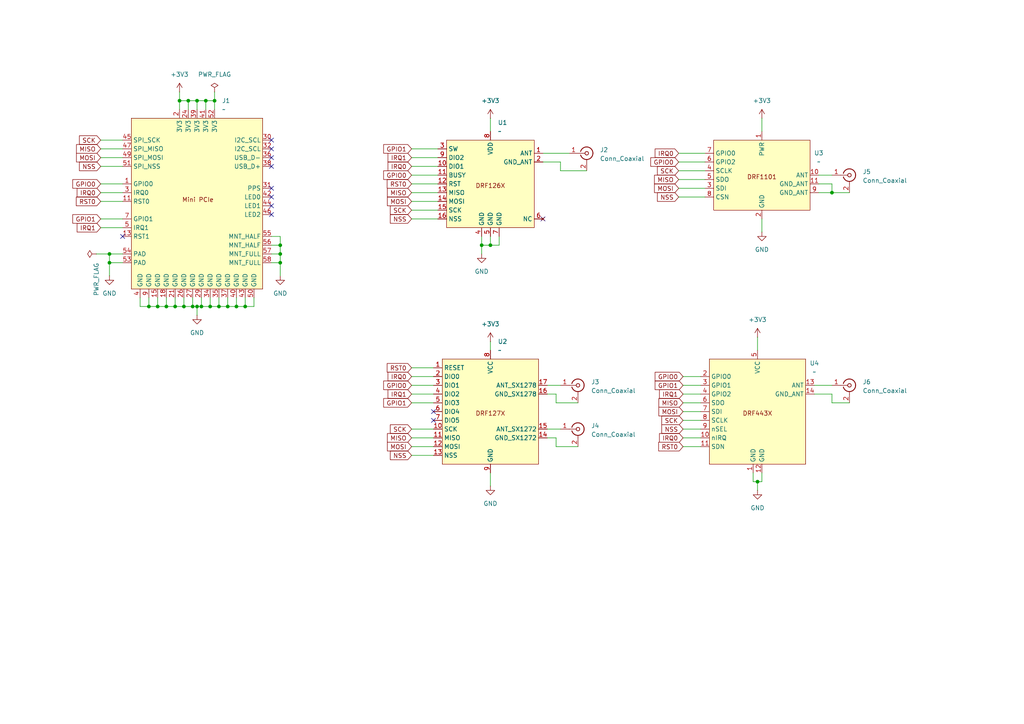
<source format=kicad_sch>
(kicad_sch (version 20250114) (generator "eeschema") (generator_version "9.0")
  (paper "A4")
  (lib_symbols
    (symbol "Connector:Conn_Coaxial" (pin_names (offset 1.016) (hide yes))
      (property "Reference" "J" (at 0.254 3.048 0))
      (property "Value" "Conn_Coaxial" (at 2.921 0 90))
      (symbol "Conn_Coaxial_0_1"
        (polyline (pts (xy -2.54 0) (xy -0.508 0)))
        (arc (start 1.778 0) (mid 0.222 -1.8079) (end -1.778 -0.508) (stroke (width 0.254)))
        (arc (start -1.778 0.508) (mid 0.2221 1.8084) (end 1.778 0) (stroke (width 0.254)))
        (circle (center 0 0) (radius 0.508) (stroke (width 0.2032)))
        (polyline (pts (xy 0 -2.54) (xy 0 -1.778)))
      )
      (symbol "Conn_Coaxial_1_1"
        (pin passive line (at -5.08 0 0) (length 2.54) (name "In") (number "1"))
        (pin passive line (at 0 -5.08 90) (length 2.54) (name "Ext") (number "2"))
      )
    )
    (symbol "RadioHAT:DRF1101"
      (property "Reference" "U" (at 0 2.032 0))
      (symbol "DRF1101_1_1"
        (rectangle (start -13.97 10.16) (end 13.97 -10.16) (fill (type background)))
        (text "DRF1101" (at 0 -0.508 0) (effects (font (size 1.27 1.27))))
        (pin bidirectional line (at -16.51 6.35 0) (length 2.54) (name "GPIO0") (number "7"))
        (pin bidirectional line (at -16.51 3.81 0) (length 2.54) (name "GPIO2") (number "6"))
        (pin input line (at -16.51 1.27 0) (length 2.54) (name "SCLK") (number "4"))
        (pin tri_state line (at -16.51 -1.27 0) (length 2.54) (name "SDO") (number "5"))
        (pin input line (at -16.51 -3.81 0) (length 2.54) (name "SDI") (number "3"))
        (pin input line (at -16.51 -6.35 0) (length 2.54) (name "CSN") (number "8"))
        (pin power_in line (at 0 12.7 270) (length 2.54) (name "PWR") (number "1"))
        (pin power_in line (at 0 -12.7 90) (length 2.54) (name "GND") (number "2"))
        (pin bidirectional line (at 16.51 0 180) (length 2.54) (name "ANT") (number "10"))
        (pin bidirectional line (at 16.51 -2.54 180) (length 2.54) (name "GND_ANT") (number "11"))
        (pin bidirectional line (at 16.51 -5.08 180) (length 2.54) (name "GND_ANT") (number "9"))
      )
    )
    (symbol "RadioHAT:DRF126X"
      (property "Reference" "U" (at 0 2.032 0))
      (symbol "DRF126X_1_1"
        (rectangle (start -12.7 12.7) (end 12.7 -12.7) (fill (type background)))
        (text "DRF126X" (at 0 -0.508 0) (effects (font (size 1.27 1.27))))
        (pin input line (at -15.24 10.16 0) (length 2.54) (name "SW") (number "3"))
        (pin bidirectional line (at -15.24 7.62 0) (length 2.54) (name "DIO2") (number "9"))
        (pin bidirectional line (at -15.24 5.08 0) (length 2.54) (name "DIO1") (number "10"))
        (pin output line (at -15.24 2.54 0) (length 2.54) (name "BUSY") (number "11"))
        (pin input line (at -15.24 0 0) (length 2.54) (name "RST") (number "12"))
        (pin tri_state line (at -15.24 -2.54 0) (length 2.54) (name "MISO") (number "13"))
        (pin input line (at -15.24 -5.08 0) (length 2.54) (name "MOSI") (number "14"))
        (pin input line (at -15.24 -7.62 0) (length 2.54) (name "SCK") (number "15"))
        (pin input line (at -15.24 -10.16 0) (length 2.54) (name "NSS") (number "16"))
        (pin power_in line (at -2.54 -15.24 90) (length 2.54) (name "GND") (number "4"))
        (pin power_in line (at 0 15.24 270) (length 2.54) (name "VDD") (number "8"))
        (pin power_in line (at 0 -15.24 90) (length 2.54) (name "GND") (number "5"))
        (pin power_in line (at 2.54 -15.24 90) (length 2.54) (name "GND") (number "7"))
        (pin bidirectional line (at 15.24 8.89 180) (length 2.54) (name "ANT") (number "1"))
        (pin bidirectional line (at 15.24 6.35 180) (length 2.54) (name "GND_ANT") (number "2"))
        (pin no_connect line (at 15.24 -10.16 180) (length 2.54) (name "NC") (number "6"))
      )
    )
    (symbol "RadioHAT:DRF127X"
      (symbol "DRF127X_1_1"
        (rectangle (start -13.97 15.24) (end 13.97 -15.24) (fill (type background)))
        (text "DRF127X" (at 0 -0.508 0) (effects (font (size 1.27 1.27))))
        (pin input line (at -16.51 12.7 0) (length 2.54) (name "RESET") (number "1"))
        (pin bidirectional line (at -16.51 10.16 0) (length 2.54) (name "DIO0") (number "2"))
        (pin bidirectional line (at -16.51 7.62 0) (length 2.54) (name "DIO1") (number "3"))
        (pin bidirectional line (at -16.51 5.08 0) (length 2.54) (name "DIO2") (number "4"))
        (pin bidirectional line (at -16.51 2.54 0) (length 2.54) (name "DIO3") (number "5"))
        (pin bidirectional line (at -16.51 0 0) (length 2.54) (name "DIO4") (number "6"))
        (pin bidirectional line (at -16.51 -2.54 0) (length 2.54) (name "DIO5") (number "7"))
        (pin input line (at -16.51 -5.08 0) (length 2.54) (name "SCK") (number "10"))
        (pin tri_state line (at -16.51 -7.62 0) (length 2.54) (name "MISO") (number "11"))
        (pin input line (at -16.51 -10.16 0) (length 2.54) (name "MOSI") (number "12"))
        (pin input line (at -16.51 -12.7 0) (length 2.54) (name "NSS") (number "13"))
        (pin power_in line (at 0 17.78 270) (length 2.54) (name "VCC") (number "8"))
        (pin power_in line (at 0 -17.78 90) (length 2.54) (name "GND") (number "9"))
        (pin bidirectional line (at 16.51 7.62 180) (length 2.54) (name "ANT_SX1278") (number "17"))
        (pin bidirectional line (at 16.51 5.08 180) (length 2.54) (name "GND_SX1278") (number "16"))
        (pin bidirectional line (at 16.51 -5.08 180) (length 2.54) (name "ANT_SX1272") (number "15"))
        (pin bidirectional line (at 16.51 -7.62 180) (length 2.54) (name "GND_SX1272") (number "14"))
      )
    )
    (symbol "RadioHAT:DRF443X"
      (property "Reference" "U" (at 0 2.032 0))
      (symbol "DRF443X_1_1"
        (rectangle (start -13.97 15.24) (end 13.97 -15.24) (fill (type background)))
        (text "DRF443X" (at 0 -0.508 0) (effects (font (size 1.27 1.27))))
        (pin bidirectional line (at -16.51 10.16 0) (length 2.54) (name "GPIO0") (number "2"))
        (pin bidirectional line (at -16.51 7.62 0) (length 2.54) (name "GPIO1") (number "3"))
        (pin bidirectional line (at -16.51 5.08 0) (length 2.54) (name "GPIO2") (number "4"))
        (pin tri_state line (at -16.51 2.54 0) (length 2.54) (name "SDO") (number "6"))
        (pin input line (at -16.51 0 0) (length 2.54) (name "SDI") (number "7"))
        (pin input line (at -16.51 -2.54 0) (length 2.54) (name "SCLK") (number "8"))
        (pin input line (at -16.51 -5.08 0) (length 2.54) (name "nSEL") (number "9"))
        (pin bidirectional line (at -16.51 -7.62 0) (length 2.54) (name "nIRQ") (number "10"))
        (pin input line (at -16.51 -10.16 0) (length 2.54) (name "SDN") (number "11"))
        (pin power_in line (at -1.27 -17.78 90) (length 2.54) (name "GND") (number "1"))
        (pin power_in line (at 0 17.78 270) (length 2.54) (name "VCC") (number "5"))
        (pin power_in line (at 1.27 -17.78 90) (length 2.54) (name "GND") (number "12"))
        (pin bidirectional line (at 16.51 7.62 180) (length 2.54) (name "ANT") (number "13"))
        (pin bidirectional line (at 16.51 5.08 180) (length 2.54) (name "GND_ANT") (number "14"))
      )
    )
    (symbol "RadioHAT:Mini_PCIe"
      (property "Reference" "J" (at -19.304 28.448 0))
      (symbol "Mini_PCIe_1_1"
        (rectangle (start -19.05 24.13) (end 19.05 -25.4) (fill (type background)))
        (text "Mini PCIe" (at 0.254 0.508 0) (effects (font (size 1.27 1.27))))
        (pin bidirectional line (at -21.59 17.78 0) (length 2.54) (name "SPI_SCK") (number "45"))
        (pin bidirectional line (at -21.59 15.24 0) (length 2.54) (name "SPI_MISO") (number "47"))
        (pin bidirectional line (at -21.59 12.7 0) (length 2.54) (name "SPI_MOSI") (number "49"))
        (pin bidirectional line (at -21.59 10.16 0) (length 2.54) (name "SPI_NSS") (number "51"))
        (pin bidirectional line (at -21.59 5.08 0) (length 2.54) (name "GPIO0") (number "1"))
        (pin bidirectional line (at -21.59 2.54 0) (length 2.54) (name "IRQ0") (number "3"))
        (pin bidirectional line (at -21.59 0 0) (length 2.54) (name "RST0") (number "11"))
        (pin bidirectional line (at -21.59 -5.08 0) (length 2.54) (name "GPIO1") (number "7"))
        (pin bidirectional line (at -21.59 -7.62 0) (length 2.54) (name "IRQ1") (number "5"))
        (pin bidirectional line (at -21.59 -10.16 0) (length 2.54) (name "RST1") (number "13"))
        (pin free line (at -21.59 -15.24 0) (length 2.54) (name "PAD") (number "54"))
        (pin free line (at -21.59 -17.78 0) (length 2.54) (name "PAD") (number "53"))
        (pin power_in line (at -16.51 -27.94 90) (length 2.54) (name "GND") (number "4"))
        (pin power_in line (at -13.97 -27.94 90) (length 2.54) (name "GND") (number "9"))
        (pin power_in line (at -11.43 -27.94 90) (length 2.54) (name "GND") (number "15"))
        (pin power_in line (at -8.89 -27.94 90) (length 2.54) (name "GND") (number "18"))
        (pin power_in line (at -6.35 -27.94 90) (length 2.54) (name "GND") (number "21"))
        (pin power_in line (at -5.08 26.67 270) (length 2.54) (name "3V3") (number "2"))
        (pin power_in line (at -3.81 -27.94 90) (length 2.54) (name "GND") (number "26"))
        (pin power_in line (at -2.54 26.67 270) (length 2.54) (name "3V3") (number "24"))
        (pin power_in line (at -1.27 -27.94 90) (length 2.54) (name "GND") (number "27"))
        (pin power_in line (at 0 26.67 270) (length 2.54) (name "3V3") (number "39"))
        (pin power_in line (at 1.27 -27.94 90) (length 2.54) (name "GND") (number "29"))
        (pin power_in line (at 2.54 26.67 270) (length 2.54) (name "3V3") (number "41"))
        (pin power_in line (at 3.81 -27.94 90) (length 2.54) (name "GND") (number "34"))
        (pin power_in line (at 5.08 26.67 270) (length 2.54) (name "3V3") (number "52"))
        (pin power_in line (at 6.35 -27.94 90) (length 2.54) (name "GND") (number "35"))
        (pin power_in line (at 8.89 -27.94 90) (length 2.54) (name "GND") (number "37"))
        (pin power_in line (at 11.43 -27.94 90) (length 2.54) (name "GND") (number "40"))
        (pin power_in line (at 13.97 -27.94 90) (length 2.54) (name "GND") (number "43"))
        (pin power_in line (at 16.51 -27.94 90) (length 2.54) (name "GND") (number "50"))
        (pin bidirectional line (at 21.59 17.78 180) (length 2.54) (name "I2C_SCL") (number "30"))
        (pin bidirectional line (at 21.59 15.24 180) (length 2.54) (name "I2C_SCL") (number "32"))
        (pin bidirectional line (at 21.59 12.7 180) (length 2.54) (name "USB_D-") (number "36"))
        (pin bidirectional line (at 21.59 10.16 180) (length 2.54) (name "USB_D+") (number "38"))
        (pin bidirectional line (at 21.59 3.81 180) (length 2.54) (name "PPS") (number "31"))
        (pin bidirectional line (at 21.59 1.27 180) (length 2.54) (name "LED0") (number "42"))
        (pin bidirectional line (at 21.59 -1.27 180) (length 2.54) (name "LED1") (number "44"))
        (pin bidirectional line (at 21.59 -3.81 180) (length 2.54) (name "LED2") (number "46"))
        (pin free line (at 21.59 -10.16 180) (length 2.54) (name "MNT_HALF") (number "55"))
        (pin free line (at 21.59 -12.7 180) (length 2.54) (name "MNT_HALF") (number "56"))
        (pin free line (at 21.59 -15.24 180) (length 2.54) (name "MNT_FULL") (number "57"))
        (pin free line (at 21.59 -17.78 180) (length 2.54) (name "MNT_FULL") (number "58"))
      )
    )
    (symbol "power:+3V3" (power) (pin_numbers (hide yes)) (pin_names (offset 0) (hide yes))
      (property "Value" "+3V3" (at 0 3.556 0))
      (symbol "+3V3_0_1"
        (polyline (pts (xy -0.762 1.27) (xy 0 2.54)))
        (polyline (pts (xy 0 2.54) (xy 0.762 1.27)))
        (polyline (pts (xy 0 0) (xy 0 2.54)))
      )
      (symbol "+3V3_1_1"
        (pin power_in line (at 0 0 90) (length 0) (name "~") (number "1"))
      )
    )
    (symbol "power:GND" (power) (pin_numbers (hide yes)) (pin_names (offset 0) (hide yes))
      (property "Value" "GND" (at 0 -3.81 0))
      (symbol "GND_0_1"
        (polyline (pts (xy 0 0) (xy 0 -1.27) (xy 1.27 -1.27) (xy 0 -2.54) (xy -1.27 -1.27) (xy 0 -1.27)))
      )
      (symbol "GND_1_1"
        (pin power_in line (at 0 0 270) (length 0) (name "~") (number "1"))
      )
    )
    (symbol "power:PWR_FLAG" (power) (pin_numbers (hide yes)) (pin_names (offset 0) (hide yes))
      (property "Value" "PWR_FLAG" (at 0 3.81 0))
      (symbol "PWR_FLAG_0_0"
        (pin power_out line (at 0 0 90) (length 0) (name "~") (number "1"))
      )
      (symbol "PWR_FLAG_0_1"
        (polyline (pts (xy 0 0) (xy 0 1.27) (xy -1.016 1.905) (xy 0 2.54) (xy 1.016 1.905) (xy 0 1.27)))
      )
    )
  )
  (junction (at 54.61 29.21))
  (junction (at 142.24 71.12))
  (junction (at 139.7 71.12))
  (junction (at 45.72 88.9))
  (junction (at 62.23 29.21))
  (junction (at 31.75 73.66))
  (junction (at 52.07 29.21))
  (junction (at 59.69 29.21))
  (junction (at 58.42 88.9))
  (junction (at 48.26 88.9))
  (junction (at 43.18 88.9))
  (junction (at 57.15 29.21))
  (junction (at 57.15 88.9))
  (junction (at 60.96 88.9))
  (junction (at 50.8 88.9))
  (junction (at 81.28 76.2))
  (junction (at 68.58 88.9))
  (junction (at 71.12 88.9))
  (junction (at 63.5 88.9))
  (junction (at 66.04 88.9))
  (junction (at 81.28 73.66))
  (junction (at 55.88 88.9))
  (junction (at 31.75 76.2))
  (junction (at 53.34 88.9))
  (junction (at 241.3 55.88))
  (junction (at 219.71 139.7))
  (junction (at 81.28 71.12))
  (no_connect (at 78.74 57.15))
  (no_connect (at 78.74 62.23))
  (no_connect (at 78.74 45.72))
  (no_connect (at 78.74 40.64))
  (no_connect (at 157.48 63.5))
  (no_connect (at 35.56 68.58))
  (no_connect (at 78.74 43.18))
  (no_connect (at 125.73 121.92))
  (no_connect (at 125.73 119.38))
  (no_connect (at 78.74 59.69))
  (no_connect (at 78.74 48.26))
  (no_connect (at 78.74 54.61))
  (wire (pts (xy 57.15 88.9) (xy 57.15 91.44)))
  (wire (pts (xy 236.22 111.76) (xy 241.3 111.76)))
  (wire (pts (xy 220.98 137.16) (xy 220.98 139.7)))
  (wire (pts (xy 81.28 71.12) (xy 81.28 73.66)))
  (wire (pts (xy 119.38 63.5) (xy 127 63.5)))
  (wire (pts (xy 119.38 132.08) (xy 125.73 132.08)))
  (wire (pts (xy 73.66 88.9) (xy 73.66 86.36)))
  (wire (pts (xy 142.24 99.06) (xy 142.24 101.6)))
  (wire (pts (xy 119.38 114.3) (xy 125.73 114.3)))
  (wire (pts (xy 142.24 34.29) (xy 142.24 38.1)))
  (wire (pts (xy 29.21 66.04) (xy 35.56 66.04)))
  (wire (pts (xy 71.12 88.9) (xy 73.66 88.9)))
  (wire (pts (xy 220.98 63.5) (xy 220.98 67.31)))
  (wire (pts (xy 45.72 86.36) (xy 45.72 88.9)))
  (wire (pts (xy 139.7 71.12) (xy 142.24 71.12)))
  (wire (pts (xy 119.38 116.84) (xy 125.73 116.84)))
  (wire (pts (xy 52.07 31.75) (xy 52.07 29.21)))
  (wire (pts (xy 60.96 86.36) (xy 60.96 88.9)))
  (wire (pts (xy 58.42 86.36) (xy 58.42 88.9)))
  (wire (pts (xy 71.12 86.36) (xy 71.12 88.9)))
  (wire (pts (xy 29.21 63.5) (xy 35.56 63.5)))
  (wire (pts (xy 198.12 127) (xy 203.2 127)))
  (wire (pts (xy 53.34 88.9) (xy 55.88 88.9)))
  (wire (pts (xy 158.75 114.3) (xy 161.29 114.3)))
  (wire (pts (xy 142.24 137.16) (xy 142.24 140.97)))
  (wire (pts (xy 66.04 86.36) (xy 66.04 88.9)))
  (wire (pts (xy 119.38 53.34) (xy 127 53.34)))
  (wire (pts (xy 157.48 46.99) (xy 162.56 46.99)))
  (wire (pts (xy 119.38 43.18) (xy 127 43.18)))
  (wire (pts (xy 50.8 86.36) (xy 50.8 88.9)))
  (wire (pts (xy 31.75 76.2) (xy 31.75 80.01)))
  (wire (pts (xy 198.12 114.3) (xy 203.2 114.3)))
  (wire (pts (xy 236.22 114.3) (xy 241.3 114.3)))
  (wire (pts (xy 144.78 68.58) (xy 144.78 71.12)))
  (wire (pts (xy 62.23 26.67) (xy 62.23 29.21)))
  (wire (pts (xy 81.28 73.66) (xy 81.28 76.2)))
  (wire (pts (xy 218.44 139.7) (xy 219.71 139.7)))
  (wire (pts (xy 63.5 86.36) (xy 63.5 88.9)))
  (wire (pts (xy 196.85 46.99) (xy 204.47 46.99)))
  (wire (pts (xy 29.21 45.72) (xy 35.56 45.72)))
  (wire (pts (xy 119.38 127) (xy 125.73 127)))
  (wire (pts (xy 241.3 53.34) (xy 241.3 55.88)))
  (wire (pts (xy 237.49 55.88) (xy 241.3 55.88)))
  (wire (pts (xy 219.71 97.79) (xy 219.71 101.6)))
  (wire (pts (xy 196.85 49.53) (xy 204.47 49.53)))
  (wire (pts (xy 119.38 45.72) (xy 127 45.72)))
  (wire (pts (xy 29.21 48.26) (xy 35.56 48.26)))
  (wire (pts (xy 54.61 29.21) (xy 57.15 29.21)))
  (wire (pts (xy 63.5 88.9) (xy 66.04 88.9)))
  (wire (pts (xy 48.26 88.9) (xy 50.8 88.9)))
  (wire (pts (xy 78.74 73.66) (xy 81.28 73.66)))
  (wire (pts (xy 27.94 73.66) (xy 31.75 73.66)))
  (wire (pts (xy 161.29 116.84) (xy 167.64 116.84)))
  (wire (pts (xy 66.04 88.9) (xy 68.58 88.9)))
  (wire (pts (xy 241.3 114.3) (xy 241.3 116.84)))
  (wire (pts (xy 50.8 88.9) (xy 53.34 88.9)))
  (wire (pts (xy 196.85 52.07) (xy 204.47 52.07)))
  (wire (pts (xy 139.7 68.58) (xy 139.7 71.12)))
  (wire (pts (xy 59.69 29.21) (xy 59.69 31.75)))
  (wire (pts (xy 52.07 29.21) (xy 54.61 29.21)))
  (wire (pts (xy 196.85 44.45) (xy 204.47 44.45)))
  (wire (pts (xy 161.29 114.3) (xy 161.29 116.84)))
  (wire (pts (xy 29.21 40.64) (xy 35.56 40.64)))
  (wire (pts (xy 161.29 129.54) (xy 167.64 129.54)))
  (wire (pts (xy 68.58 86.36) (xy 68.58 88.9)))
  (wire (pts (xy 81.28 68.58) (xy 81.28 71.12)))
  (wire (pts (xy 157.48 44.45) (xy 165.1 44.45)))
  (wire (pts (xy 54.61 29.21) (xy 54.61 31.75)))
  (wire (pts (xy 29.21 43.18) (xy 35.56 43.18)))
  (wire (pts (xy 119.38 111.76) (xy 125.73 111.76)))
  (wire (pts (xy 40.64 86.36) (xy 40.64 88.9)))
  (wire (pts (xy 196.85 57.15) (xy 204.47 57.15)))
  (wire (pts (xy 57.15 29.21) (xy 59.69 29.21)))
  (wire (pts (xy 198.12 119.38) (xy 203.2 119.38)))
  (wire (pts (xy 198.12 121.92) (xy 203.2 121.92)))
  (wire (pts (xy 119.38 129.54) (xy 125.73 129.54)))
  (wire (pts (xy 78.74 68.58) (xy 81.28 68.58)))
  (wire (pts (xy 119.38 60.96) (xy 127 60.96)))
  (wire (pts (xy 119.38 58.42) (xy 127 58.42)))
  (wire (pts (xy 218.44 137.16) (xy 218.44 139.7)))
  (wire (pts (xy 219.71 139.7) (xy 219.71 142.24)))
  (wire (pts (xy 40.64 88.9) (xy 43.18 88.9)))
  (wire (pts (xy 57.15 29.21) (xy 57.15 31.75)))
  (wire (pts (xy 52.07 26.67) (xy 52.07 29.21)))
  (wire (pts (xy 196.85 54.61) (xy 204.47 54.61)))
  (wire (pts (xy 29.21 53.34) (xy 35.56 53.34)))
  (wire (pts (xy 48.26 86.36) (xy 48.26 88.9)))
  (wire (pts (xy 35.56 73.66) (xy 31.75 73.66)))
  (wire (pts (xy 59.69 29.21) (xy 62.23 29.21)))
  (wire (pts (xy 237.49 53.34) (xy 241.3 53.34)))
  (wire (pts (xy 68.58 88.9) (xy 71.12 88.9)))
  (wire (pts (xy 29.21 55.88) (xy 35.56 55.88)))
  (wire (pts (xy 142.24 71.12) (xy 144.78 71.12)))
  (wire (pts (xy 81.28 76.2) (xy 81.28 80.01)))
  (wire (pts (xy 162.56 49.53) (xy 170.18 49.53)))
  (wire (pts (xy 198.12 124.46) (xy 203.2 124.46)))
  (wire (pts (xy 162.56 46.99) (xy 162.56 49.53)))
  (wire (pts (xy 119.38 109.22) (xy 125.73 109.22)))
  (wire (pts (xy 220.98 34.29) (xy 220.98 38.1)))
  (wire (pts (xy 158.75 124.46) (xy 162.56 124.46)))
  (wire (pts (xy 78.74 71.12) (xy 81.28 71.12)))
  (wire (pts (xy 43.18 86.36) (xy 43.18 88.9)))
  (wire (pts (xy 119.38 50.8) (xy 127 50.8)))
  (wire (pts (xy 198.12 116.84) (xy 203.2 116.84)))
  (wire (pts (xy 78.74 76.2) (xy 81.28 76.2)))
  (wire (pts (xy 58.42 88.9) (xy 60.96 88.9)))
  (wire (pts (xy 60.96 88.9) (xy 63.5 88.9)))
  (wire (pts (xy 62.23 29.21) (xy 62.23 31.75)))
  (wire (pts (xy 119.38 55.88) (xy 127 55.88)))
  (wire (pts (xy 43.18 88.9) (xy 45.72 88.9)))
  (wire (pts (xy 31.75 76.2) (xy 35.56 76.2)))
  (wire (pts (xy 55.88 86.36) (xy 55.88 88.9)))
  (wire (pts (xy 241.3 116.84) (xy 246.38 116.84)))
  (wire (pts (xy 31.75 73.66) (xy 31.75 76.2)))
  (wire (pts (xy 241.3 55.88) (xy 246.38 55.88)))
  (wire (pts (xy 220.98 139.7) (xy 219.71 139.7)))
  (wire (pts (xy 53.34 86.36) (xy 53.34 88.9)))
  (wire (pts (xy 198.12 129.54) (xy 203.2 129.54)))
  (wire (pts (xy 119.38 106.68) (xy 125.73 106.68)))
  (wire (pts (xy 158.75 127) (xy 161.29 127)))
  (wire (pts (xy 139.7 71.12) (xy 139.7 73.66)))
  (wire (pts (xy 161.29 127) (xy 161.29 129.54)))
  (wire (pts (xy 158.75 111.76) (xy 162.56 111.76)))
  (wire (pts (xy 119.38 124.46) (xy 125.73 124.46)))
  (wire (pts (xy 57.15 88.9) (xy 58.42 88.9)))
  (wire (pts (xy 198.12 109.22) (xy 203.2 109.22)))
  (wire (pts (xy 142.24 68.58) (xy 142.24 71.12)))
  (wire (pts (xy 198.12 111.76) (xy 203.2 111.76)))
  (wire (pts (xy 29.21 58.42) (xy 35.56 58.42)))
  (wire (pts (xy 45.72 88.9) (xy 48.26 88.9)))
  (wire (pts (xy 119.38 48.26) (xy 127 48.26)))
  (wire (pts (xy 237.49 50.8) (xy 241.3 50.8)))
  (wire (pts (xy 55.88 88.9) (xy 57.15 88.9)))
  (global_label "NSS" (shape input) (at 119.38 63.5 180) (property "Intersheetrefs" "${INTERSHEET_REFS}" (effects (hide yes))))
  (global_label "IRQ0" (shape input) (at 119.38 109.22 180) (property "Intersheetrefs" "${INTERSHEET_REFS}" (effects (hide yes))))
  (global_label "GPIO1" (shape input) (at 119.38 116.84 180) (property "Intersheetrefs" "${INTERSHEET_REFS}" (effects (hide yes))))
  (global_label "GPIO1" (shape input) (at 29.21 63.5 180) (property "Intersheetrefs" "${INTERSHEET_REFS}" (effects (hide yes))))
  (global_label "GPIO0" (shape input) (at 196.85 46.99 180) (property "Intersheetrefs" "${INTERSHEET_REFS}" (effects (hide yes))))
  (global_label "IRQ0" (shape input) (at 198.12 127 180) (property "Intersheetrefs" "${INTERSHEET_REFS}" (effects (hide yes))))
  (global_label "MISO" (shape input) (at 29.21 43.18 180) (property "Intersheetrefs" "${INTERSHEET_REFS}" (effects (hide yes))))
  (global_label "MOSI" (shape input) (at 119.38 58.42 180) (property "Intersheetrefs" "${INTERSHEET_REFS}" (effects (hide yes))))
  (global_label "RST0" (shape input) (at 29.21 58.42 180) (property "Intersheetrefs" "${INTERSHEET_REFS}" (effects (hide yes))))
  (global_label "GPIO0" (shape input) (at 29.21 53.34 180) (property "Intersheetrefs" "${INTERSHEET_REFS}" (effects (hide yes))))
  (global_label "MISO" (shape input) (at 198.12 116.84 180) (property "Intersheetrefs" "${INTERSHEET_REFS}" (effects (hide yes))))
  (global_label "MISO" (shape input) (at 119.38 55.88 180) (property "Intersheetrefs" "${INTERSHEET_REFS}" (effects (hide yes))))
  (global_label "IRQ0" (shape input) (at 29.21 55.88 180) (property "Intersheetrefs" "${INTERSHEET_REFS}" (effects (hide yes))))
  (global_label "SCK" (shape input) (at 119.38 60.96 180) (property "Intersheetrefs" "${INTERSHEET_REFS}" (effects (hide yes))))
  (global_label "IRQ1" (shape input) (at 29.21 66.04 180) (property "Intersheetrefs" "${INTERSHEET_REFS}" (effects (hide yes))))
  (global_label "RST0" (shape input) (at 198.12 129.54 180) (property "Intersheetrefs" "${INTERSHEET_REFS}" (effects (hide yes))))
  (global_label "GPIO1" (shape input) (at 198.12 111.76 180) (property "Intersheetrefs" "${INTERSHEET_REFS}" (effects (hide yes))))
  (global_label "SCK" (shape input) (at 198.12 121.92 180) (property "Intersheetrefs" "${INTERSHEET_REFS}" (effects (hide yes))))
  (global_label "SCK" (shape input) (at 29.21 40.64 180) (property "Intersheetrefs" "${INTERSHEET_REFS}" (effects (hide yes))))
  (global_label "GPIO1" (shape input) (at 119.38 43.18 180) (property "Intersheetrefs" "${INTERSHEET_REFS}" (effects (hide yes))))
  (global_label "MOSI" (shape input) (at 198.12 119.38 180) (property "Intersheetrefs" "${INTERSHEET_REFS}" (effects (hide yes))))
  (global_label "IRQ0" (shape input) (at 119.38 48.26 180) (property "Intersheetrefs" "${INTERSHEET_REFS}" (effects (hide yes))))
  (global_label "IRQ1" (shape input) (at 198.12 114.3 180) (property "Intersheetrefs" "${INTERSHEET_REFS}" (effects (hide yes))))
  (global_label "NSS" (shape input) (at 119.38 132.08 180) (property "Intersheetrefs" "${INTERSHEET_REFS}" (effects (hide yes))))
  (global_label "MOSI" (shape input) (at 119.38 129.54 180) (property "Intersheetrefs" "${INTERSHEET_REFS}" (effects (hide yes))))
  (global_label "IRQ1" (shape input) (at 119.38 114.3 180) (property "Intersheetrefs" "${INTERSHEET_REFS}" (effects (hide yes))))
  (global_label "IRQ0" (shape input) (at 196.85 44.45 180) (property "Intersheetrefs" "${INTERSHEET_REFS}" (effects (hide yes))))
  (global_label "RST0" (shape input) (at 119.38 106.68 180) (property "Intersheetrefs" "${INTERSHEET_REFS}" (effects (hide yes))))
  (global_label "GPIO0" (shape input) (at 119.38 50.8 180) (property "Intersheetrefs" "${INTERSHEET_REFS}" (effects (hide yes))))
  (global_label "GPIO0" (shape input) (at 119.38 111.76 180) (property "Intersheetrefs" "${INTERSHEET_REFS}" (effects (hide yes))))
  (global_label "NSS" (shape input) (at 29.21 48.26 180) (property "Intersheetrefs" "${INTERSHEET_REFS}" (effects (hide yes))))
  (global_label "MISO" (shape input) (at 119.38 127 180) (property "Intersheetrefs" "${INTERSHEET_REFS}" (effects (hide yes))))
  (global_label "SCK" (shape input) (at 196.85 49.53 180) (property "Intersheetrefs" "${INTERSHEET_REFS}" (effects (hide yes))))
  (global_label "NSS" (shape input) (at 196.85 57.15 180) (property "Intersheetrefs" "${INTERSHEET_REFS}" (effects (hide yes))))
  (global_label "MOSI" (shape input) (at 196.85 54.61 180) (property "Intersheetrefs" "${INTERSHEET_REFS}" (effects (hide yes))))
  (global_label "IRQ1" (shape input) (at 119.38 45.72 180) (property "Intersheetrefs" "${INTERSHEET_REFS}" (effects (hide yes))))
  (global_label "RST0" (shape input) (at 119.38 53.34 180) (property "Intersheetrefs" "${INTERSHEET_REFS}" (effects (hide yes))))
  (global_label "MISO" (shape input) (at 196.85 52.07 180) (property "Intersheetrefs" "${INTERSHEET_REFS}" (effects (hide yes))))
  (global_label "NSS" (shape input) (at 198.12 124.46 180) (property "Intersheetrefs" "${INTERSHEET_REFS}" (effects (hide yes))))
  (global_label "SCK" (shape input) (at 119.38 124.46 180) (property "Intersheetrefs" "${INTERSHEET_REFS}" (effects (hide yes))))
  (global_label "GPIO0" (shape input) (at 198.12 109.22 180) (property "Intersheetrefs" "${INTERSHEET_REFS}" (effects (hide yes))))
  (global_label "MOSI" (shape input) (at 29.21 45.72 180) (property "Intersheetrefs" "${INTERSHEET_REFS}" (effects (hide yes))))
  (symbol (lib_id "Connector:Conn_Coaxial") (at 167.64 124.46 0) (unit 1)
    (property "Reference" "J4" (at 171.45 123.4831 0) (effects (justify left)))
    (property "Value" "Conn_Coaxial" (at 171.45 126.0231 0) (effects (justify left)))
    (property "Footprint" "Connector_Coaxial:U.FL_Molex_MCRF_73412-0110_Vertical" (effects (hide yes)))
    (property "Description" "coaxial connector (BNC, SMA, SMB, SMC, Cinch/RCA, LEMO, ...)" (effects (hide yes)))
  )
  (symbol (lib_id "Connector:Conn_Coaxial") (at 167.64 111.76 0) (unit 1)
    (property "Reference" "J3" (at 171.45 110.7831 0) (effects (justify left)))
    (property "Value" "Conn_Coaxial" (at 171.45 113.3231 0) (effects (justify left)))
    (property "Footprint" "Connector_Coaxial:U.FL_Molex_MCRF_73412-0110_Vertical" (effects (hide yes)))
    (property "Description" "coaxial connector (BNC, SMA, SMB, SMC, Cinch/RCA, LEMO, ...)" (effects (hide yes)))
  )
  (symbol (lib_id "power:GND") (at 142.24 140.97 0) (unit 1)
    (property "Reference" "#PWR010" (effects (hide yes)))
    (property "Value" "GND" (at 142.24 146.05 0))
    (property "Description" "Power symbol creates a global label with name \"GND\" , ground" (effects (hide yes)))
  )
  (symbol (lib_id "power:+3V3") (at 52.07 26.67 0) (unit 1)
    (property "Reference" "#PWR04" (effects (hide yes)))
    (property "Value" "+3V3" (at 52.07 21.59 0))
    (property "Description" "Power symbol creates a global label with name \"+3V3\"" (effects (hide yes)))
  )
  (symbol (lib_id "RadioHAT:DRF126X") (at 142.24 53.34 0) (unit 1)
    (property "Reference" "U1" (at 144.3833 35.56 0) (effects (justify left)))
    (property "Value" "~" (at 144.3833 38.1 0) (effects (justify left)))
    (property "Footprint" "RadioHAT:DRF126X" (effects (hide yes)))
  )
  (symbol (lib_id "power:+3V3") (at 142.24 99.06 0) (unit 1)
    (property "Reference" "#PWR011" (effects (hide yes)))
    (property "Value" "+3V3" (at 142.24 93.98 0))
    (property "Description" "Power symbol creates a global label with name \"+3V3\"" (effects (hide yes)))
  )
  (symbol (lib_id "power:+3V3") (at 142.24 34.29 0) (unit 1)
    (property "Reference" "#PWR06" (effects (hide yes)))
    (property "Value" "+3V3" (at 142.24 29.21 0))
    (property "Description" "Power symbol creates a global label with name \"+3V3\"" (effects (hide yes)))
  )
  (symbol (lib_id "power:GND") (at 81.28 80.01 0) (unit 1)
    (property "Reference" "#PWR03" (effects (hide yes)))
    (property "Value" "GND" (at 81.28 85.09 0))
    (property "Description" "Power symbol creates a global label with name \"GND\" , ground" (effects (hide yes)))
  )
  (symbol (lib_id "power:+3V3") (at 220.98 34.29 0) (unit 1)
    (property "Reference" "#PWR014" (effects (hide yes)))
    (property "Value" "+3V3" (at 220.98 29.21 0))
    (property "Description" "Power symbol creates a global label with name \"+3V3\"" (effects (hide yes)))
  )
  (symbol (lib_id "power:GND") (at 219.71 142.24 0) (unit 1)
    (property "Reference" "#PWR017" (effects (hide yes)))
    (property "Value" "GND" (at 219.71 147.32 0))
    (property "Description" "Power symbol creates a global label with name \"GND\" , ground" (effects (hide yes)))
  )
  (symbol (lib_id "power:PWR_FLAG") (at 62.23 26.67 0) (unit 1)
    (property "Reference" "#FLG01" (effects (hide yes)))
    (property "Value" "PWR_FLAG" (at 62.23 21.59 0))
    (property "Description" "Special symbol for telling ERC where power comes from" (effects (hide yes)))
  )
  (symbol (lib_id "Connector:Conn_Coaxial") (at 246.38 111.76 0) (unit 1)
    (property "Reference" "J6" (at 250.19 110.7831 0) (effects (justify left)))
    (property "Value" "Conn_Coaxial" (at 250.19 113.3231 0) (effects (justify left)))
    (property "Footprint" "Connector_Coaxial:U.FL_Molex_MCRF_73412-0110_Vertical" (effects (hide yes)))
    (property "Description" "coaxial connector (BNC, SMA, SMB, SMC, Cinch/RCA, LEMO, ...)" (effects (hide yes)))
  )
  (symbol (lib_id "RadioHAT:DRF1101") (at 220.98 50.8 0) (unit 1)
    (property "Reference" "U3" (at 237.49 44.3798 0))
    (property "Value" "~" (at 237.49 46.9198 0))
    (property "Footprint" "RadioHAT:DRF1101" (effects (hide yes)))
  )
  (symbol (lib_id "power:GND") (at 57.15 91.44 0) (unit 1)
    (property "Reference" "#PWR01" (effects (hide yes)))
    (property "Value" "GND" (at 57.15 96.52 0))
    (property "Description" "Power symbol creates a global label with name \"GND\" , ground" (effects (hide yes)))
  )
  (symbol (lib_id "RadioHAT:DRF127X") (at 142.24 119.38 0) (unit 1)
    (property "Reference" "U2" (at 144.3833 99.06 0) (effects (justify left)))
    (property "Value" "~" (at 144.3833 101.6 0) (effects (justify left)))
    (property "Footprint" "RadioHAT:DRF127X" (effects (hide yes)))
  )
  (symbol (lib_id "power:+3V3") (at 219.71 97.79 0) (unit 1)
    (property "Reference" "#PWR016" (effects (hide yes)))
    (property "Value" "+3V3" (at 219.71 92.71 0))
    (property "Description" "Power symbol creates a global label with name \"+3V3\"" (effects (hide yes)))
  )
  (symbol (lib_id "power:PWR_FLAG") (at 27.94 73.66 90) (unit 1)
    (property "Reference" "#FLG02" (effects (hide yes)))
    (property "Value" "PWR_FLAG" (at 27.94 81.026 0))
    (property "Description" "Special symbol for telling ERC where power comes from" (effects (hide yes)))
  )
  (symbol (lib_id "RadioHAT:DRF443X") (at 219.71 119.38 0) (unit 1)
    (property "Reference" "U4" (at 236.22 105.3398 0))
    (property "Value" "~" (at 236.22 107.8798 0))
    (property "Footprint" "RadioHAT:DRF443X" (effects (hide yes)))
  )
  (symbol (lib_id "Connector:Conn_Coaxial") (at 246.38 50.8 0) (unit 1)
    (property "Reference" "J5" (at 250.19 49.8231 0) (effects (justify left)))
    (property "Value" "Conn_Coaxial" (at 250.19 52.3631 0) (effects (justify left)))
    (property "Footprint" "Connector_Coaxial:U.FL_Molex_MCRF_73412-0110_Vertical" (effects (hide yes)))
    (property "Description" "coaxial connector (BNC, SMA, SMB, SMC, Cinch/RCA, LEMO, ...)" (effects (hide yes)))
  )
  (symbol (lib_id "power:GND") (at 139.7 73.66 0) (unit 1)
    (property "Reference" "#PWR05" (effects (hide yes)))
    (property "Value" "GND" (at 139.7 78.74 0))
    (property "Description" "Power symbol creates a global label with name \"GND\" , ground" (effects (hide yes)))
  )
  (symbol (lib_id "Connector:Conn_Coaxial") (at 170.18 44.45 0) (unit 1)
    (property "Reference" "J2" (at 173.99 43.4731 0) (effects (justify left)))
    (property "Value" "Conn_Coaxial" (at 173.99 46.0131 0) (effects (justify left)))
    (property "Footprint" "Connector_Coaxial:U.FL_Molex_MCRF_73412-0110_Vertical" (effects (hide yes)))
    (property "Description" "coaxial connector (BNC, SMA, SMB, SMC, Cinch/RCA, LEMO, ...)" (effects (hide yes)))
  )
  (symbol (lib_id "power:GND") (at 220.98 67.31 0) (unit 1)
    (property "Reference" "#PWR012" (effects (hide yes)))
    (property "Value" "GND" (at 220.98 72.39 0))
    (property "Description" "Power symbol creates a global label with name \"GND\" , ground" (effects (hide yes)))
  )
  (symbol (lib_id "power:GND") (at 31.75 80.01 0) (unit 1)
    (property "Reference" "#PWR02" (effects (hide yes)))
    (property "Value" "GND" (at 31.75 85.09 0))
    (property "Description" "Power symbol creates a global label with name \"GND\" , ground" (effects (hide yes)))
  )
  (symbol (lib_id "RadioHAT:Mini_PCIe") (at 57.15 58.42 0) (unit 1)
    (property "Reference" "J1" (at 64.3733 29.21 0) (effects (justify left)))
    (property "Value" "~" (at 64.3733 31.75 0) (effects (justify left)))
    (property "Footprint" "RadioHAT:Mini_PCIe_Full" (effects (hide yes)))
  )
)
</source>
